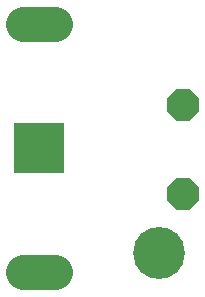
<source format=gbs>
G75*
G70*
%OFA0B0*%
%FSLAX24Y24*%
%IPPOS*%
%LPD*%
%AMOC8*
5,1,8,0,0,1.08239X$1,22.5*
%
%ADD10C,0.1175*%
%ADD11R,0.1680X0.1680*%
%ADD12OC8,0.1080*%
%ADD13C,0.1730*%
D10*
X003611Y001022D02*
X004706Y001022D01*
X004706Y009290D02*
X003611Y009290D01*
D11*
X004158Y005156D03*
D12*
X008958Y006586D03*
X008958Y003626D03*
D13*
X008158Y001656D03*
M02*

</source>
